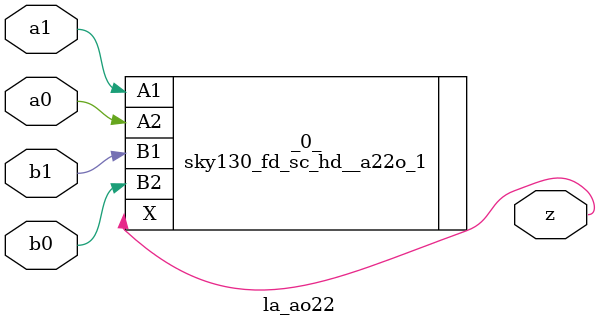
<source format=v>

/* Generated by Yosys 0.44 (git sha1 80ba43d26, g++ 11.4.0-1ubuntu1~22.04 -fPIC -O3) */

(* top =  1  *)
(* src = "inputs/la_ao22.v:10.1-22.10" *)
module la_ao22 (
    a0,
    a1,
    b0,
    b1,
    z
);
  (* src = "inputs/la_ao22.v:13.12-13.14" *)
  input a0;
  wire a0;
  (* src = "inputs/la_ao22.v:14.12-14.14" *)
  input a1;
  wire a1;
  (* src = "inputs/la_ao22.v:15.12-15.14" *)
  input b0;
  wire b0;
  (* src = "inputs/la_ao22.v:16.12-16.14" *)
  input b1;
  wire b1;
  (* src = "inputs/la_ao22.v:17.12-17.13" *)
  output z;
  wire z;
  sky130_fd_sc_hd__a22o_1 _0_ (
      .A1(a1),
      .A2(a0),
      .B1(b1),
      .B2(b0),
      .X (z)
  );
endmodule

</source>
